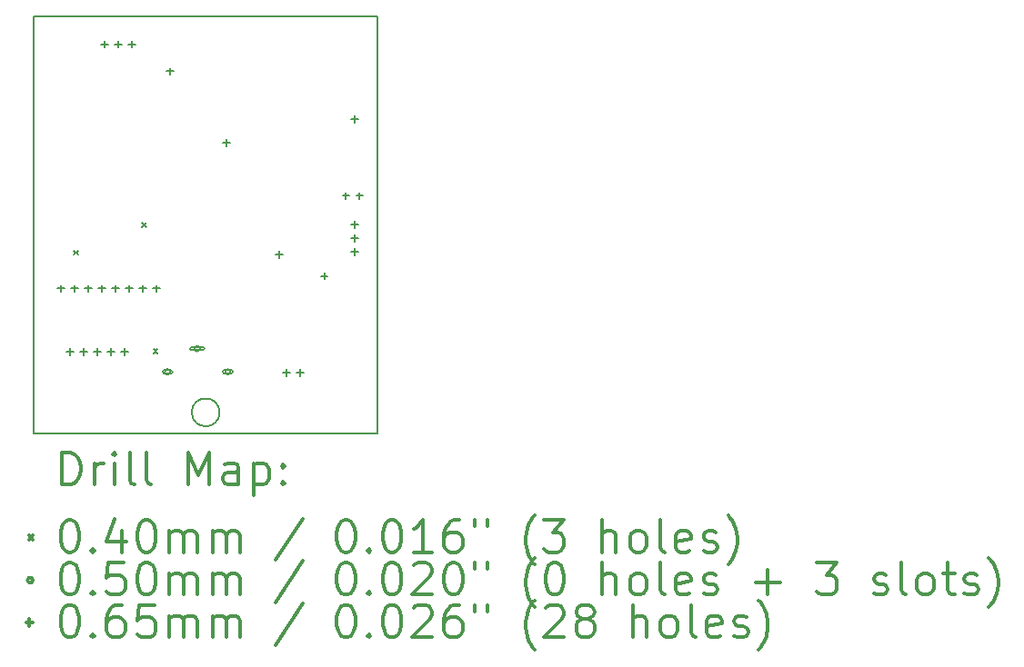
<source format=gbr>
%FSLAX45Y45*%
G04 Gerber Fmt 4.5, Leading zero omitted, Abs format (unit mm)*
G04 Created by KiCad (PCBNEW 4.0.2-stable) date 24/04/2017 01:49:15 p.m.*
%MOMM*%
G01*
G04 APERTURE LIST*
%ADD10C,0.127000*%
%ADD11C,0.150000*%
%ADD12C,0.200000*%
%ADD13C,0.300000*%
G04 APERTURE END LIST*
D10*
D11*
X15729639Y-15600000D02*
G75*
G03X15729639Y-15600000I-129639J0D01*
G01*
X14000000Y-15800000D02*
X14000000Y-11912000D01*
X17200000Y-15800000D02*
X14000000Y-15800000D01*
X17200000Y-11912000D02*
X17200000Y-15800000D01*
X14000000Y-11912000D02*
X17200000Y-11912000D01*
D12*
X14372500Y-14092500D02*
X14412500Y-14132500D01*
X14412500Y-14092500D02*
X14372500Y-14132500D01*
X15010000Y-13835000D02*
X15050000Y-13875000D01*
X15050000Y-13835000D02*
X15010000Y-13875000D01*
X15112500Y-15012500D02*
X15152500Y-15052500D01*
X15152500Y-15012500D02*
X15112500Y-15052500D01*
X15270000Y-15222500D02*
G75*
G03X15270000Y-15222500I-25000J0D01*
G01*
X15280000Y-15207500D02*
X15210000Y-15207500D01*
X15280000Y-15237500D02*
X15210000Y-15237500D01*
X15210000Y-15207500D02*
G75*
G03X15210000Y-15237500I0J-15000D01*
G01*
X15280000Y-15237500D02*
G75*
G03X15280000Y-15207500I0J15000D01*
G01*
X15545000Y-15006500D02*
G75*
G03X15545000Y-15006500I-25000J0D01*
G01*
X15575000Y-14991500D02*
X15465000Y-14991500D01*
X15575000Y-15021500D02*
X15465000Y-15021500D01*
X15465000Y-14991500D02*
G75*
G03X15465000Y-15021500I0J-15000D01*
G01*
X15575000Y-15021500D02*
G75*
G03X15575000Y-14991500I0J15000D01*
G01*
X15830000Y-15222500D02*
G75*
G03X15830000Y-15222500I-25000J0D01*
G01*
X15840000Y-15207500D02*
X15770000Y-15207500D01*
X15840000Y-15237500D02*
X15770000Y-15237500D01*
X15770000Y-15207500D02*
G75*
G03X15770000Y-15237500I0J-15000D01*
G01*
X15840000Y-15237500D02*
G75*
G03X15840000Y-15207500I0J15000D01*
G01*
X14251000Y-14412500D02*
X14251000Y-14477500D01*
X14218500Y-14445000D02*
X14283500Y-14445000D01*
X14339000Y-15001500D02*
X14339000Y-15066500D01*
X14306500Y-15034000D02*
X14371500Y-15034000D01*
X14378000Y-14412500D02*
X14378000Y-14477500D01*
X14345500Y-14445000D02*
X14410500Y-14445000D01*
X14466000Y-15001500D02*
X14466000Y-15066500D01*
X14433500Y-15034000D02*
X14498500Y-15034000D01*
X14505000Y-14412500D02*
X14505000Y-14477500D01*
X14472500Y-14445000D02*
X14537500Y-14445000D01*
X14593000Y-15001500D02*
X14593000Y-15066500D01*
X14560500Y-15034000D02*
X14625500Y-15034000D01*
X14632000Y-14412500D02*
X14632000Y-14477500D01*
X14599500Y-14445000D02*
X14664500Y-14445000D01*
X14660771Y-12136423D02*
X14660771Y-12201423D01*
X14628271Y-12168923D02*
X14693271Y-12168923D01*
X14720000Y-15001500D02*
X14720000Y-15066500D01*
X14687500Y-15034000D02*
X14752500Y-15034000D01*
X14759000Y-14412500D02*
X14759000Y-14477500D01*
X14726500Y-14445000D02*
X14791500Y-14445000D01*
X14787771Y-12136423D02*
X14787771Y-12201423D01*
X14755271Y-12168923D02*
X14820271Y-12168923D01*
X14847000Y-15001500D02*
X14847000Y-15066500D01*
X14814500Y-15034000D02*
X14879500Y-15034000D01*
X14886000Y-14412500D02*
X14886000Y-14477500D01*
X14853500Y-14445000D02*
X14918500Y-14445000D01*
X14914771Y-12136423D02*
X14914771Y-12201423D01*
X14882271Y-12168923D02*
X14947271Y-12168923D01*
X15013000Y-14412500D02*
X15013000Y-14477500D01*
X14980500Y-14445000D02*
X15045500Y-14445000D01*
X15140000Y-14412500D02*
X15140000Y-14477500D01*
X15107500Y-14445000D02*
X15172500Y-14445000D01*
X15270272Y-12389695D02*
X15270272Y-12454695D01*
X15237772Y-12422195D02*
X15302772Y-12422195D01*
X15794000Y-13052423D02*
X15794000Y-13117423D01*
X15761500Y-13084923D02*
X15826500Y-13084923D01*
X16283501Y-14093500D02*
X16283501Y-14158500D01*
X16251001Y-14126000D02*
X16316001Y-14126000D01*
X16354000Y-15196500D02*
X16354000Y-15261500D01*
X16321500Y-15229000D02*
X16386500Y-15229000D01*
X16481000Y-15196500D02*
X16481000Y-15261500D01*
X16448500Y-15229000D02*
X16513500Y-15229000D01*
X16705000Y-14296500D02*
X16705000Y-14361500D01*
X16672500Y-14329000D02*
X16737500Y-14329000D01*
X16906000Y-13549500D02*
X16906000Y-13614500D01*
X16873500Y-13582000D02*
X16938500Y-13582000D01*
X16985000Y-13818500D02*
X16985000Y-13883500D01*
X16952500Y-13851000D02*
X17017500Y-13851000D01*
X16985000Y-13945500D02*
X16985000Y-14010500D01*
X16952500Y-13978000D02*
X17017500Y-13978000D01*
X16985000Y-14072500D02*
X16985000Y-14137500D01*
X16952500Y-14105000D02*
X17017500Y-14105000D01*
X16986000Y-12837500D02*
X16986000Y-12902500D01*
X16953500Y-12870000D02*
X17018500Y-12870000D01*
X17033000Y-13549500D02*
X17033000Y-13614500D01*
X17000500Y-13582000D02*
X17065500Y-13582000D01*
D13*
X14263928Y-16273214D02*
X14263928Y-15973214D01*
X14335357Y-15973214D01*
X14378214Y-15987500D01*
X14406786Y-16016071D01*
X14421071Y-16044643D01*
X14435357Y-16101786D01*
X14435357Y-16144643D01*
X14421071Y-16201786D01*
X14406786Y-16230357D01*
X14378214Y-16258929D01*
X14335357Y-16273214D01*
X14263928Y-16273214D01*
X14563928Y-16273214D02*
X14563928Y-16073214D01*
X14563928Y-16130357D02*
X14578214Y-16101786D01*
X14592500Y-16087500D01*
X14621071Y-16073214D01*
X14649643Y-16073214D01*
X14749643Y-16273214D02*
X14749643Y-16073214D01*
X14749643Y-15973214D02*
X14735357Y-15987500D01*
X14749643Y-16001786D01*
X14763928Y-15987500D01*
X14749643Y-15973214D01*
X14749643Y-16001786D01*
X14935357Y-16273214D02*
X14906786Y-16258929D01*
X14892500Y-16230357D01*
X14892500Y-15973214D01*
X15092500Y-16273214D02*
X15063928Y-16258929D01*
X15049643Y-16230357D01*
X15049643Y-15973214D01*
X15435357Y-16273214D02*
X15435357Y-15973214D01*
X15535357Y-16187500D01*
X15635357Y-15973214D01*
X15635357Y-16273214D01*
X15906786Y-16273214D02*
X15906786Y-16116071D01*
X15892500Y-16087500D01*
X15863928Y-16073214D01*
X15806786Y-16073214D01*
X15778214Y-16087500D01*
X15906786Y-16258929D02*
X15878214Y-16273214D01*
X15806786Y-16273214D01*
X15778214Y-16258929D01*
X15763928Y-16230357D01*
X15763928Y-16201786D01*
X15778214Y-16173214D01*
X15806786Y-16158929D01*
X15878214Y-16158929D01*
X15906786Y-16144643D01*
X16049643Y-16073214D02*
X16049643Y-16373214D01*
X16049643Y-16087500D02*
X16078214Y-16073214D01*
X16135357Y-16073214D01*
X16163928Y-16087500D01*
X16178214Y-16101786D01*
X16192500Y-16130357D01*
X16192500Y-16216071D01*
X16178214Y-16244643D01*
X16163928Y-16258929D01*
X16135357Y-16273214D01*
X16078214Y-16273214D01*
X16049643Y-16258929D01*
X16321071Y-16244643D02*
X16335357Y-16258929D01*
X16321071Y-16273214D01*
X16306786Y-16258929D01*
X16321071Y-16244643D01*
X16321071Y-16273214D01*
X16321071Y-16087500D02*
X16335357Y-16101786D01*
X16321071Y-16116071D01*
X16306786Y-16101786D01*
X16321071Y-16087500D01*
X16321071Y-16116071D01*
X13952500Y-16747500D02*
X13992500Y-16787500D01*
X13992500Y-16747500D02*
X13952500Y-16787500D01*
X14321071Y-16603214D02*
X14349643Y-16603214D01*
X14378214Y-16617500D01*
X14392500Y-16631786D01*
X14406786Y-16660357D01*
X14421071Y-16717500D01*
X14421071Y-16788929D01*
X14406786Y-16846072D01*
X14392500Y-16874643D01*
X14378214Y-16888929D01*
X14349643Y-16903214D01*
X14321071Y-16903214D01*
X14292500Y-16888929D01*
X14278214Y-16874643D01*
X14263928Y-16846072D01*
X14249643Y-16788929D01*
X14249643Y-16717500D01*
X14263928Y-16660357D01*
X14278214Y-16631786D01*
X14292500Y-16617500D01*
X14321071Y-16603214D01*
X14549643Y-16874643D02*
X14563928Y-16888929D01*
X14549643Y-16903214D01*
X14535357Y-16888929D01*
X14549643Y-16874643D01*
X14549643Y-16903214D01*
X14821071Y-16703214D02*
X14821071Y-16903214D01*
X14749643Y-16588929D02*
X14678214Y-16803214D01*
X14863928Y-16803214D01*
X15035357Y-16603214D02*
X15063928Y-16603214D01*
X15092500Y-16617500D01*
X15106786Y-16631786D01*
X15121071Y-16660357D01*
X15135357Y-16717500D01*
X15135357Y-16788929D01*
X15121071Y-16846072D01*
X15106786Y-16874643D01*
X15092500Y-16888929D01*
X15063928Y-16903214D01*
X15035357Y-16903214D01*
X15006786Y-16888929D01*
X14992500Y-16874643D01*
X14978214Y-16846072D01*
X14963928Y-16788929D01*
X14963928Y-16717500D01*
X14978214Y-16660357D01*
X14992500Y-16631786D01*
X15006786Y-16617500D01*
X15035357Y-16603214D01*
X15263928Y-16903214D02*
X15263928Y-16703214D01*
X15263928Y-16731786D02*
X15278214Y-16717500D01*
X15306786Y-16703214D01*
X15349643Y-16703214D01*
X15378214Y-16717500D01*
X15392500Y-16746071D01*
X15392500Y-16903214D01*
X15392500Y-16746071D02*
X15406786Y-16717500D01*
X15435357Y-16703214D01*
X15478214Y-16703214D01*
X15506786Y-16717500D01*
X15521071Y-16746071D01*
X15521071Y-16903214D01*
X15663928Y-16903214D02*
X15663928Y-16703214D01*
X15663928Y-16731786D02*
X15678214Y-16717500D01*
X15706786Y-16703214D01*
X15749643Y-16703214D01*
X15778214Y-16717500D01*
X15792500Y-16746071D01*
X15792500Y-16903214D01*
X15792500Y-16746071D02*
X15806786Y-16717500D01*
X15835357Y-16703214D01*
X15878214Y-16703214D01*
X15906786Y-16717500D01*
X15921071Y-16746071D01*
X15921071Y-16903214D01*
X16506786Y-16588929D02*
X16249643Y-16974643D01*
X16892500Y-16603214D02*
X16921071Y-16603214D01*
X16949643Y-16617500D01*
X16963928Y-16631786D01*
X16978214Y-16660357D01*
X16992500Y-16717500D01*
X16992500Y-16788929D01*
X16978214Y-16846072D01*
X16963928Y-16874643D01*
X16949643Y-16888929D01*
X16921071Y-16903214D01*
X16892500Y-16903214D01*
X16863928Y-16888929D01*
X16849643Y-16874643D01*
X16835357Y-16846072D01*
X16821071Y-16788929D01*
X16821071Y-16717500D01*
X16835357Y-16660357D01*
X16849643Y-16631786D01*
X16863928Y-16617500D01*
X16892500Y-16603214D01*
X17121071Y-16874643D02*
X17135357Y-16888929D01*
X17121071Y-16903214D01*
X17106786Y-16888929D01*
X17121071Y-16874643D01*
X17121071Y-16903214D01*
X17321071Y-16603214D02*
X17349643Y-16603214D01*
X17378214Y-16617500D01*
X17392500Y-16631786D01*
X17406786Y-16660357D01*
X17421071Y-16717500D01*
X17421071Y-16788929D01*
X17406786Y-16846072D01*
X17392500Y-16874643D01*
X17378214Y-16888929D01*
X17349643Y-16903214D01*
X17321071Y-16903214D01*
X17292500Y-16888929D01*
X17278214Y-16874643D01*
X17263928Y-16846072D01*
X17249643Y-16788929D01*
X17249643Y-16717500D01*
X17263928Y-16660357D01*
X17278214Y-16631786D01*
X17292500Y-16617500D01*
X17321071Y-16603214D01*
X17706786Y-16903214D02*
X17535357Y-16903214D01*
X17621071Y-16903214D02*
X17621071Y-16603214D01*
X17592500Y-16646071D01*
X17563928Y-16674643D01*
X17535357Y-16688929D01*
X17963928Y-16603214D02*
X17906786Y-16603214D01*
X17878214Y-16617500D01*
X17863928Y-16631786D01*
X17835357Y-16674643D01*
X17821071Y-16731786D01*
X17821071Y-16846072D01*
X17835357Y-16874643D01*
X17849643Y-16888929D01*
X17878214Y-16903214D01*
X17935357Y-16903214D01*
X17963928Y-16888929D01*
X17978214Y-16874643D01*
X17992500Y-16846072D01*
X17992500Y-16774643D01*
X17978214Y-16746071D01*
X17963928Y-16731786D01*
X17935357Y-16717500D01*
X17878214Y-16717500D01*
X17849643Y-16731786D01*
X17835357Y-16746071D01*
X17821071Y-16774643D01*
X18106786Y-16603214D02*
X18106786Y-16660357D01*
X18221071Y-16603214D02*
X18221071Y-16660357D01*
X18663928Y-17017500D02*
X18649643Y-17003214D01*
X18621071Y-16960357D01*
X18606786Y-16931786D01*
X18592500Y-16888929D01*
X18578214Y-16817500D01*
X18578214Y-16760357D01*
X18592500Y-16688929D01*
X18606786Y-16646071D01*
X18621071Y-16617500D01*
X18649643Y-16574643D01*
X18663928Y-16560357D01*
X18749643Y-16603214D02*
X18935357Y-16603214D01*
X18835357Y-16717500D01*
X18878214Y-16717500D01*
X18906786Y-16731786D01*
X18921071Y-16746071D01*
X18935357Y-16774643D01*
X18935357Y-16846072D01*
X18921071Y-16874643D01*
X18906786Y-16888929D01*
X18878214Y-16903214D01*
X18792500Y-16903214D01*
X18763928Y-16888929D01*
X18749643Y-16874643D01*
X19292500Y-16903214D02*
X19292500Y-16603214D01*
X19421071Y-16903214D02*
X19421071Y-16746071D01*
X19406786Y-16717500D01*
X19378214Y-16703214D01*
X19335357Y-16703214D01*
X19306786Y-16717500D01*
X19292500Y-16731786D01*
X19606786Y-16903214D02*
X19578214Y-16888929D01*
X19563928Y-16874643D01*
X19549643Y-16846072D01*
X19549643Y-16760357D01*
X19563928Y-16731786D01*
X19578214Y-16717500D01*
X19606786Y-16703214D01*
X19649643Y-16703214D01*
X19678214Y-16717500D01*
X19692500Y-16731786D01*
X19706786Y-16760357D01*
X19706786Y-16846072D01*
X19692500Y-16874643D01*
X19678214Y-16888929D01*
X19649643Y-16903214D01*
X19606786Y-16903214D01*
X19878214Y-16903214D02*
X19849643Y-16888929D01*
X19835357Y-16860357D01*
X19835357Y-16603214D01*
X20106786Y-16888929D02*
X20078214Y-16903214D01*
X20021071Y-16903214D01*
X19992500Y-16888929D01*
X19978214Y-16860357D01*
X19978214Y-16746071D01*
X19992500Y-16717500D01*
X20021071Y-16703214D01*
X20078214Y-16703214D01*
X20106786Y-16717500D01*
X20121071Y-16746071D01*
X20121071Y-16774643D01*
X19978214Y-16803214D01*
X20235357Y-16888929D02*
X20263929Y-16903214D01*
X20321071Y-16903214D01*
X20349643Y-16888929D01*
X20363929Y-16860357D01*
X20363929Y-16846072D01*
X20349643Y-16817500D01*
X20321071Y-16803214D01*
X20278214Y-16803214D01*
X20249643Y-16788929D01*
X20235357Y-16760357D01*
X20235357Y-16746071D01*
X20249643Y-16717500D01*
X20278214Y-16703214D01*
X20321071Y-16703214D01*
X20349643Y-16717500D01*
X20463928Y-17017500D02*
X20478214Y-17003214D01*
X20506786Y-16960357D01*
X20521071Y-16931786D01*
X20535357Y-16888929D01*
X20549643Y-16817500D01*
X20549643Y-16760357D01*
X20535357Y-16688929D01*
X20521071Y-16646071D01*
X20506786Y-16617500D01*
X20478214Y-16574643D01*
X20463928Y-16560357D01*
X13992500Y-17163500D02*
G75*
G03X13992500Y-17163500I-25000J0D01*
G01*
X14321071Y-16999214D02*
X14349643Y-16999214D01*
X14378214Y-17013500D01*
X14392500Y-17027786D01*
X14406786Y-17056357D01*
X14421071Y-17113500D01*
X14421071Y-17184929D01*
X14406786Y-17242072D01*
X14392500Y-17270643D01*
X14378214Y-17284929D01*
X14349643Y-17299214D01*
X14321071Y-17299214D01*
X14292500Y-17284929D01*
X14278214Y-17270643D01*
X14263928Y-17242072D01*
X14249643Y-17184929D01*
X14249643Y-17113500D01*
X14263928Y-17056357D01*
X14278214Y-17027786D01*
X14292500Y-17013500D01*
X14321071Y-16999214D01*
X14549643Y-17270643D02*
X14563928Y-17284929D01*
X14549643Y-17299214D01*
X14535357Y-17284929D01*
X14549643Y-17270643D01*
X14549643Y-17299214D01*
X14835357Y-16999214D02*
X14692500Y-16999214D01*
X14678214Y-17142072D01*
X14692500Y-17127786D01*
X14721071Y-17113500D01*
X14792500Y-17113500D01*
X14821071Y-17127786D01*
X14835357Y-17142072D01*
X14849643Y-17170643D01*
X14849643Y-17242072D01*
X14835357Y-17270643D01*
X14821071Y-17284929D01*
X14792500Y-17299214D01*
X14721071Y-17299214D01*
X14692500Y-17284929D01*
X14678214Y-17270643D01*
X15035357Y-16999214D02*
X15063928Y-16999214D01*
X15092500Y-17013500D01*
X15106786Y-17027786D01*
X15121071Y-17056357D01*
X15135357Y-17113500D01*
X15135357Y-17184929D01*
X15121071Y-17242072D01*
X15106786Y-17270643D01*
X15092500Y-17284929D01*
X15063928Y-17299214D01*
X15035357Y-17299214D01*
X15006786Y-17284929D01*
X14992500Y-17270643D01*
X14978214Y-17242072D01*
X14963928Y-17184929D01*
X14963928Y-17113500D01*
X14978214Y-17056357D01*
X14992500Y-17027786D01*
X15006786Y-17013500D01*
X15035357Y-16999214D01*
X15263928Y-17299214D02*
X15263928Y-17099214D01*
X15263928Y-17127786D02*
X15278214Y-17113500D01*
X15306786Y-17099214D01*
X15349643Y-17099214D01*
X15378214Y-17113500D01*
X15392500Y-17142072D01*
X15392500Y-17299214D01*
X15392500Y-17142072D02*
X15406786Y-17113500D01*
X15435357Y-17099214D01*
X15478214Y-17099214D01*
X15506786Y-17113500D01*
X15521071Y-17142072D01*
X15521071Y-17299214D01*
X15663928Y-17299214D02*
X15663928Y-17099214D01*
X15663928Y-17127786D02*
X15678214Y-17113500D01*
X15706786Y-17099214D01*
X15749643Y-17099214D01*
X15778214Y-17113500D01*
X15792500Y-17142072D01*
X15792500Y-17299214D01*
X15792500Y-17142072D02*
X15806786Y-17113500D01*
X15835357Y-17099214D01*
X15878214Y-17099214D01*
X15906786Y-17113500D01*
X15921071Y-17142072D01*
X15921071Y-17299214D01*
X16506786Y-16984929D02*
X16249643Y-17370643D01*
X16892500Y-16999214D02*
X16921071Y-16999214D01*
X16949643Y-17013500D01*
X16963928Y-17027786D01*
X16978214Y-17056357D01*
X16992500Y-17113500D01*
X16992500Y-17184929D01*
X16978214Y-17242072D01*
X16963928Y-17270643D01*
X16949643Y-17284929D01*
X16921071Y-17299214D01*
X16892500Y-17299214D01*
X16863928Y-17284929D01*
X16849643Y-17270643D01*
X16835357Y-17242072D01*
X16821071Y-17184929D01*
X16821071Y-17113500D01*
X16835357Y-17056357D01*
X16849643Y-17027786D01*
X16863928Y-17013500D01*
X16892500Y-16999214D01*
X17121071Y-17270643D02*
X17135357Y-17284929D01*
X17121071Y-17299214D01*
X17106786Y-17284929D01*
X17121071Y-17270643D01*
X17121071Y-17299214D01*
X17321071Y-16999214D02*
X17349643Y-16999214D01*
X17378214Y-17013500D01*
X17392500Y-17027786D01*
X17406786Y-17056357D01*
X17421071Y-17113500D01*
X17421071Y-17184929D01*
X17406786Y-17242072D01*
X17392500Y-17270643D01*
X17378214Y-17284929D01*
X17349643Y-17299214D01*
X17321071Y-17299214D01*
X17292500Y-17284929D01*
X17278214Y-17270643D01*
X17263928Y-17242072D01*
X17249643Y-17184929D01*
X17249643Y-17113500D01*
X17263928Y-17056357D01*
X17278214Y-17027786D01*
X17292500Y-17013500D01*
X17321071Y-16999214D01*
X17535357Y-17027786D02*
X17549643Y-17013500D01*
X17578214Y-16999214D01*
X17649643Y-16999214D01*
X17678214Y-17013500D01*
X17692500Y-17027786D01*
X17706786Y-17056357D01*
X17706786Y-17084929D01*
X17692500Y-17127786D01*
X17521071Y-17299214D01*
X17706786Y-17299214D01*
X17892500Y-16999214D02*
X17921071Y-16999214D01*
X17949643Y-17013500D01*
X17963928Y-17027786D01*
X17978214Y-17056357D01*
X17992500Y-17113500D01*
X17992500Y-17184929D01*
X17978214Y-17242072D01*
X17963928Y-17270643D01*
X17949643Y-17284929D01*
X17921071Y-17299214D01*
X17892500Y-17299214D01*
X17863928Y-17284929D01*
X17849643Y-17270643D01*
X17835357Y-17242072D01*
X17821071Y-17184929D01*
X17821071Y-17113500D01*
X17835357Y-17056357D01*
X17849643Y-17027786D01*
X17863928Y-17013500D01*
X17892500Y-16999214D01*
X18106786Y-16999214D02*
X18106786Y-17056357D01*
X18221071Y-16999214D02*
X18221071Y-17056357D01*
X18663928Y-17413500D02*
X18649643Y-17399214D01*
X18621071Y-17356357D01*
X18606786Y-17327786D01*
X18592500Y-17284929D01*
X18578214Y-17213500D01*
X18578214Y-17156357D01*
X18592500Y-17084929D01*
X18606786Y-17042072D01*
X18621071Y-17013500D01*
X18649643Y-16970643D01*
X18663928Y-16956357D01*
X18835357Y-16999214D02*
X18863928Y-16999214D01*
X18892500Y-17013500D01*
X18906786Y-17027786D01*
X18921071Y-17056357D01*
X18935357Y-17113500D01*
X18935357Y-17184929D01*
X18921071Y-17242072D01*
X18906786Y-17270643D01*
X18892500Y-17284929D01*
X18863928Y-17299214D01*
X18835357Y-17299214D01*
X18806786Y-17284929D01*
X18792500Y-17270643D01*
X18778214Y-17242072D01*
X18763928Y-17184929D01*
X18763928Y-17113500D01*
X18778214Y-17056357D01*
X18792500Y-17027786D01*
X18806786Y-17013500D01*
X18835357Y-16999214D01*
X19292500Y-17299214D02*
X19292500Y-16999214D01*
X19421071Y-17299214D02*
X19421071Y-17142072D01*
X19406786Y-17113500D01*
X19378214Y-17099214D01*
X19335357Y-17099214D01*
X19306786Y-17113500D01*
X19292500Y-17127786D01*
X19606786Y-17299214D02*
X19578214Y-17284929D01*
X19563928Y-17270643D01*
X19549643Y-17242072D01*
X19549643Y-17156357D01*
X19563928Y-17127786D01*
X19578214Y-17113500D01*
X19606786Y-17099214D01*
X19649643Y-17099214D01*
X19678214Y-17113500D01*
X19692500Y-17127786D01*
X19706786Y-17156357D01*
X19706786Y-17242072D01*
X19692500Y-17270643D01*
X19678214Y-17284929D01*
X19649643Y-17299214D01*
X19606786Y-17299214D01*
X19878214Y-17299214D02*
X19849643Y-17284929D01*
X19835357Y-17256357D01*
X19835357Y-16999214D01*
X20106786Y-17284929D02*
X20078214Y-17299214D01*
X20021071Y-17299214D01*
X19992500Y-17284929D01*
X19978214Y-17256357D01*
X19978214Y-17142072D01*
X19992500Y-17113500D01*
X20021071Y-17099214D01*
X20078214Y-17099214D01*
X20106786Y-17113500D01*
X20121071Y-17142072D01*
X20121071Y-17170643D01*
X19978214Y-17199214D01*
X20235357Y-17284929D02*
X20263929Y-17299214D01*
X20321071Y-17299214D01*
X20349643Y-17284929D01*
X20363929Y-17256357D01*
X20363929Y-17242072D01*
X20349643Y-17213500D01*
X20321071Y-17199214D01*
X20278214Y-17199214D01*
X20249643Y-17184929D01*
X20235357Y-17156357D01*
X20235357Y-17142072D01*
X20249643Y-17113500D01*
X20278214Y-17099214D01*
X20321071Y-17099214D01*
X20349643Y-17113500D01*
X20721071Y-17184929D02*
X20949643Y-17184929D01*
X20835357Y-17299214D02*
X20835357Y-17070643D01*
X21292500Y-16999214D02*
X21478214Y-16999214D01*
X21378214Y-17113500D01*
X21421071Y-17113500D01*
X21449643Y-17127786D01*
X21463928Y-17142072D01*
X21478214Y-17170643D01*
X21478214Y-17242072D01*
X21463928Y-17270643D01*
X21449643Y-17284929D01*
X21421071Y-17299214D01*
X21335357Y-17299214D01*
X21306786Y-17284929D01*
X21292500Y-17270643D01*
X21821071Y-17284929D02*
X21849643Y-17299214D01*
X21906786Y-17299214D01*
X21935357Y-17284929D01*
X21949643Y-17256357D01*
X21949643Y-17242072D01*
X21935357Y-17213500D01*
X21906786Y-17199214D01*
X21863928Y-17199214D01*
X21835357Y-17184929D01*
X21821071Y-17156357D01*
X21821071Y-17142072D01*
X21835357Y-17113500D01*
X21863928Y-17099214D01*
X21906786Y-17099214D01*
X21935357Y-17113500D01*
X22121071Y-17299214D02*
X22092500Y-17284929D01*
X22078214Y-17256357D01*
X22078214Y-16999214D01*
X22278214Y-17299214D02*
X22249643Y-17284929D01*
X22235357Y-17270643D01*
X22221071Y-17242072D01*
X22221071Y-17156357D01*
X22235357Y-17127786D01*
X22249643Y-17113500D01*
X22278214Y-17099214D01*
X22321071Y-17099214D01*
X22349643Y-17113500D01*
X22363928Y-17127786D01*
X22378214Y-17156357D01*
X22378214Y-17242072D01*
X22363928Y-17270643D01*
X22349643Y-17284929D01*
X22321071Y-17299214D01*
X22278214Y-17299214D01*
X22463928Y-17099214D02*
X22578214Y-17099214D01*
X22506786Y-16999214D02*
X22506786Y-17256357D01*
X22521071Y-17284929D01*
X22549643Y-17299214D01*
X22578214Y-17299214D01*
X22663928Y-17284929D02*
X22692500Y-17299214D01*
X22749643Y-17299214D01*
X22778214Y-17284929D01*
X22792500Y-17256357D01*
X22792500Y-17242072D01*
X22778214Y-17213500D01*
X22749643Y-17199214D01*
X22706786Y-17199214D01*
X22678214Y-17184929D01*
X22663928Y-17156357D01*
X22663928Y-17142072D01*
X22678214Y-17113500D01*
X22706786Y-17099214D01*
X22749643Y-17099214D01*
X22778214Y-17113500D01*
X22892500Y-17413500D02*
X22906786Y-17399214D01*
X22935357Y-17356357D01*
X22949643Y-17327786D01*
X22963928Y-17284929D01*
X22978214Y-17213500D01*
X22978214Y-17156357D01*
X22963928Y-17084929D01*
X22949643Y-17042072D01*
X22935357Y-17013500D01*
X22906786Y-16970643D01*
X22892500Y-16956357D01*
X13960000Y-17527000D02*
X13960000Y-17592000D01*
X13927500Y-17559500D02*
X13992500Y-17559500D01*
X14321071Y-17395214D02*
X14349643Y-17395214D01*
X14378214Y-17409500D01*
X14392500Y-17423786D01*
X14406786Y-17452357D01*
X14421071Y-17509500D01*
X14421071Y-17580929D01*
X14406786Y-17638072D01*
X14392500Y-17666643D01*
X14378214Y-17680929D01*
X14349643Y-17695214D01*
X14321071Y-17695214D01*
X14292500Y-17680929D01*
X14278214Y-17666643D01*
X14263928Y-17638072D01*
X14249643Y-17580929D01*
X14249643Y-17509500D01*
X14263928Y-17452357D01*
X14278214Y-17423786D01*
X14292500Y-17409500D01*
X14321071Y-17395214D01*
X14549643Y-17666643D02*
X14563928Y-17680929D01*
X14549643Y-17695214D01*
X14535357Y-17680929D01*
X14549643Y-17666643D01*
X14549643Y-17695214D01*
X14821071Y-17395214D02*
X14763928Y-17395214D01*
X14735357Y-17409500D01*
X14721071Y-17423786D01*
X14692500Y-17466643D01*
X14678214Y-17523786D01*
X14678214Y-17638072D01*
X14692500Y-17666643D01*
X14706786Y-17680929D01*
X14735357Y-17695214D01*
X14792500Y-17695214D01*
X14821071Y-17680929D01*
X14835357Y-17666643D01*
X14849643Y-17638072D01*
X14849643Y-17566643D01*
X14835357Y-17538072D01*
X14821071Y-17523786D01*
X14792500Y-17509500D01*
X14735357Y-17509500D01*
X14706786Y-17523786D01*
X14692500Y-17538072D01*
X14678214Y-17566643D01*
X15121071Y-17395214D02*
X14978214Y-17395214D01*
X14963928Y-17538072D01*
X14978214Y-17523786D01*
X15006786Y-17509500D01*
X15078214Y-17509500D01*
X15106786Y-17523786D01*
X15121071Y-17538072D01*
X15135357Y-17566643D01*
X15135357Y-17638072D01*
X15121071Y-17666643D01*
X15106786Y-17680929D01*
X15078214Y-17695214D01*
X15006786Y-17695214D01*
X14978214Y-17680929D01*
X14963928Y-17666643D01*
X15263928Y-17695214D02*
X15263928Y-17495214D01*
X15263928Y-17523786D02*
X15278214Y-17509500D01*
X15306786Y-17495214D01*
X15349643Y-17495214D01*
X15378214Y-17509500D01*
X15392500Y-17538072D01*
X15392500Y-17695214D01*
X15392500Y-17538072D02*
X15406786Y-17509500D01*
X15435357Y-17495214D01*
X15478214Y-17495214D01*
X15506786Y-17509500D01*
X15521071Y-17538072D01*
X15521071Y-17695214D01*
X15663928Y-17695214D02*
X15663928Y-17495214D01*
X15663928Y-17523786D02*
X15678214Y-17509500D01*
X15706786Y-17495214D01*
X15749643Y-17495214D01*
X15778214Y-17509500D01*
X15792500Y-17538072D01*
X15792500Y-17695214D01*
X15792500Y-17538072D02*
X15806786Y-17509500D01*
X15835357Y-17495214D01*
X15878214Y-17495214D01*
X15906786Y-17509500D01*
X15921071Y-17538072D01*
X15921071Y-17695214D01*
X16506786Y-17380929D02*
X16249643Y-17766643D01*
X16892500Y-17395214D02*
X16921071Y-17395214D01*
X16949643Y-17409500D01*
X16963928Y-17423786D01*
X16978214Y-17452357D01*
X16992500Y-17509500D01*
X16992500Y-17580929D01*
X16978214Y-17638072D01*
X16963928Y-17666643D01*
X16949643Y-17680929D01*
X16921071Y-17695214D01*
X16892500Y-17695214D01*
X16863928Y-17680929D01*
X16849643Y-17666643D01*
X16835357Y-17638072D01*
X16821071Y-17580929D01*
X16821071Y-17509500D01*
X16835357Y-17452357D01*
X16849643Y-17423786D01*
X16863928Y-17409500D01*
X16892500Y-17395214D01*
X17121071Y-17666643D02*
X17135357Y-17680929D01*
X17121071Y-17695214D01*
X17106786Y-17680929D01*
X17121071Y-17666643D01*
X17121071Y-17695214D01*
X17321071Y-17395214D02*
X17349643Y-17395214D01*
X17378214Y-17409500D01*
X17392500Y-17423786D01*
X17406786Y-17452357D01*
X17421071Y-17509500D01*
X17421071Y-17580929D01*
X17406786Y-17638072D01*
X17392500Y-17666643D01*
X17378214Y-17680929D01*
X17349643Y-17695214D01*
X17321071Y-17695214D01*
X17292500Y-17680929D01*
X17278214Y-17666643D01*
X17263928Y-17638072D01*
X17249643Y-17580929D01*
X17249643Y-17509500D01*
X17263928Y-17452357D01*
X17278214Y-17423786D01*
X17292500Y-17409500D01*
X17321071Y-17395214D01*
X17535357Y-17423786D02*
X17549643Y-17409500D01*
X17578214Y-17395214D01*
X17649643Y-17395214D01*
X17678214Y-17409500D01*
X17692500Y-17423786D01*
X17706786Y-17452357D01*
X17706786Y-17480929D01*
X17692500Y-17523786D01*
X17521071Y-17695214D01*
X17706786Y-17695214D01*
X17963928Y-17395214D02*
X17906786Y-17395214D01*
X17878214Y-17409500D01*
X17863928Y-17423786D01*
X17835357Y-17466643D01*
X17821071Y-17523786D01*
X17821071Y-17638072D01*
X17835357Y-17666643D01*
X17849643Y-17680929D01*
X17878214Y-17695214D01*
X17935357Y-17695214D01*
X17963928Y-17680929D01*
X17978214Y-17666643D01*
X17992500Y-17638072D01*
X17992500Y-17566643D01*
X17978214Y-17538072D01*
X17963928Y-17523786D01*
X17935357Y-17509500D01*
X17878214Y-17509500D01*
X17849643Y-17523786D01*
X17835357Y-17538072D01*
X17821071Y-17566643D01*
X18106786Y-17395214D02*
X18106786Y-17452357D01*
X18221071Y-17395214D02*
X18221071Y-17452357D01*
X18663928Y-17809500D02*
X18649643Y-17795214D01*
X18621071Y-17752357D01*
X18606786Y-17723786D01*
X18592500Y-17680929D01*
X18578214Y-17609500D01*
X18578214Y-17552357D01*
X18592500Y-17480929D01*
X18606786Y-17438072D01*
X18621071Y-17409500D01*
X18649643Y-17366643D01*
X18663928Y-17352357D01*
X18763928Y-17423786D02*
X18778214Y-17409500D01*
X18806786Y-17395214D01*
X18878214Y-17395214D01*
X18906786Y-17409500D01*
X18921071Y-17423786D01*
X18935357Y-17452357D01*
X18935357Y-17480929D01*
X18921071Y-17523786D01*
X18749643Y-17695214D01*
X18935357Y-17695214D01*
X19106786Y-17523786D02*
X19078214Y-17509500D01*
X19063928Y-17495214D01*
X19049643Y-17466643D01*
X19049643Y-17452357D01*
X19063928Y-17423786D01*
X19078214Y-17409500D01*
X19106786Y-17395214D01*
X19163928Y-17395214D01*
X19192500Y-17409500D01*
X19206786Y-17423786D01*
X19221071Y-17452357D01*
X19221071Y-17466643D01*
X19206786Y-17495214D01*
X19192500Y-17509500D01*
X19163928Y-17523786D01*
X19106786Y-17523786D01*
X19078214Y-17538072D01*
X19063928Y-17552357D01*
X19049643Y-17580929D01*
X19049643Y-17638072D01*
X19063928Y-17666643D01*
X19078214Y-17680929D01*
X19106786Y-17695214D01*
X19163928Y-17695214D01*
X19192500Y-17680929D01*
X19206786Y-17666643D01*
X19221071Y-17638072D01*
X19221071Y-17580929D01*
X19206786Y-17552357D01*
X19192500Y-17538072D01*
X19163928Y-17523786D01*
X19578214Y-17695214D02*
X19578214Y-17395214D01*
X19706786Y-17695214D02*
X19706786Y-17538072D01*
X19692500Y-17509500D01*
X19663928Y-17495214D01*
X19621071Y-17495214D01*
X19592500Y-17509500D01*
X19578214Y-17523786D01*
X19892500Y-17695214D02*
X19863928Y-17680929D01*
X19849643Y-17666643D01*
X19835357Y-17638072D01*
X19835357Y-17552357D01*
X19849643Y-17523786D01*
X19863928Y-17509500D01*
X19892500Y-17495214D01*
X19935357Y-17495214D01*
X19963928Y-17509500D01*
X19978214Y-17523786D01*
X19992500Y-17552357D01*
X19992500Y-17638072D01*
X19978214Y-17666643D01*
X19963928Y-17680929D01*
X19935357Y-17695214D01*
X19892500Y-17695214D01*
X20163928Y-17695214D02*
X20135357Y-17680929D01*
X20121071Y-17652357D01*
X20121071Y-17395214D01*
X20392500Y-17680929D02*
X20363929Y-17695214D01*
X20306786Y-17695214D01*
X20278214Y-17680929D01*
X20263929Y-17652357D01*
X20263929Y-17538072D01*
X20278214Y-17509500D01*
X20306786Y-17495214D01*
X20363929Y-17495214D01*
X20392500Y-17509500D01*
X20406786Y-17538072D01*
X20406786Y-17566643D01*
X20263929Y-17595214D01*
X20521071Y-17680929D02*
X20549643Y-17695214D01*
X20606786Y-17695214D01*
X20635357Y-17680929D01*
X20649643Y-17652357D01*
X20649643Y-17638072D01*
X20635357Y-17609500D01*
X20606786Y-17595214D01*
X20563929Y-17595214D01*
X20535357Y-17580929D01*
X20521071Y-17552357D01*
X20521071Y-17538072D01*
X20535357Y-17509500D01*
X20563929Y-17495214D01*
X20606786Y-17495214D01*
X20635357Y-17509500D01*
X20749643Y-17809500D02*
X20763929Y-17795214D01*
X20792500Y-17752357D01*
X20806786Y-17723786D01*
X20821071Y-17680929D01*
X20835357Y-17609500D01*
X20835357Y-17552357D01*
X20821071Y-17480929D01*
X20806786Y-17438072D01*
X20792500Y-17409500D01*
X20763929Y-17366643D01*
X20749643Y-17352357D01*
M02*

</source>
